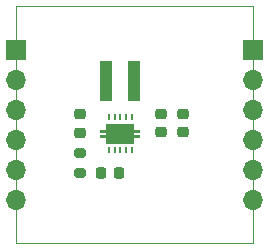
<source format=gbr>
G04 #@! TF.GenerationSoftware,KiCad,Pcbnew,(5.99.0-11522-g728b160719)*
G04 #@! TF.CreationDate,2021-08-06T10:01:17+10:00*
G04 #@! TF.ProjectId,DC-DC,44432d44-432e-46b6-9963-61645f706362,0.2*
G04 #@! TF.SameCoordinates,Original*
G04 #@! TF.FileFunction,Soldermask,Top*
G04 #@! TF.FilePolarity,Negative*
%FSLAX46Y46*%
G04 Gerber Fmt 4.6, Leading zero omitted, Abs format (unit mm)*
G04 Created by KiCad (PCBNEW (5.99.0-11522-g728b160719)) date 2021-08-06 10:01:17*
%MOMM*%
%LPD*%
G01*
G04 APERTURE LIST*
G04 Aperture macros list*
%AMRoundRect*
0 Rectangle with rounded corners*
0 $1 Rounding radius*
0 $2 $3 $4 $5 $6 $7 $8 $9 X,Y pos of 4 corners*
0 Add a 4 corners polygon primitive as box body*
4,1,4,$2,$3,$4,$5,$6,$7,$8,$9,$2,$3,0*
0 Add four circle primitives for the rounded corners*
1,1,$1+$1,$2,$3*
1,1,$1+$1,$4,$5*
1,1,$1+$1,$6,$7*
1,1,$1+$1,$8,$9*
0 Add four rect primitives between the rounded corners*
20,1,$1+$1,$2,$3,$4,$5,0*
20,1,$1+$1,$4,$5,$6,$7,0*
20,1,$1+$1,$6,$7,$8,$9,0*
20,1,$1+$1,$8,$9,$2,$3,0*%
%AMFreePoly0*
4,1,21,-0.125000,1.200000,0.125000,1.200000,0.125000,1.700000,0.375000,1.700000,0.375000,1.200000,0.825000,1.200000,0.825000,-1.200000,0.375000,-1.200000,0.375000,-1.700000,0.125000,-1.700000,0.125000,-1.200000,-0.125000,-1.200000,-0.125000,-1.700000,-0.375000,-1.700000,-0.375000,-1.200000,-0.825000,-1.200000,-0.825000,1.200000,-0.375000,1.200000,-0.375000,1.700000,-0.125000,1.700000,
-0.125000,1.200000,-0.125000,1.200000,$1*%
G04 Aperture macros list end*
G04 #@! TA.AperFunction,Profile*
%ADD10C,0.100000*%
G04 #@! TD*
%ADD11RoundRect,0.225000X-0.250000X0.225000X-0.250000X-0.225000X0.250000X-0.225000X0.250000X0.225000X0*%
%ADD12R,1.700000X1.700000*%
%ADD13O,1.700000X1.700000*%
%ADD14RoundRect,0.200000X0.275000X-0.200000X0.275000X0.200000X-0.275000X0.200000X-0.275000X-0.200000X0*%
%ADD15R,0.240000X0.600000*%
%ADD16FreePoly0,270.000000*%
%ADD17R,0.980000X3.400000*%
%ADD18RoundRect,0.225000X-0.225000X-0.250000X0.225000X-0.250000X0.225000X0.250000X-0.225000X0.250000X0*%
G04 APERTURE END LIST*
D10*
X109474000Y-73152000D02*
X89408000Y-73152000D01*
X89408000Y-73152000D02*
X89408000Y-53086000D01*
X89408000Y-53086000D02*
X109474000Y-53086000D01*
X109474000Y-53086000D02*
X109474000Y-73152000D01*
D11*
G04 #@! TO.C,C3*
X101643500Y-62204000D03*
X101643500Y-63754000D03*
G04 #@! TD*
G04 #@! TO.C,C1*
X94785500Y-62230000D03*
X94785500Y-63780000D03*
G04 #@! TD*
D12*
G04 #@! TO.C,J2*
X109474000Y-56794000D03*
D13*
X109474000Y-59334000D03*
X109474000Y-61874000D03*
X109474000Y-64414000D03*
X109474000Y-66954000D03*
X109474000Y-69494000D03*
G04 #@! TD*
D12*
G04 #@! TO.C,J1*
X89408000Y-56794000D03*
D13*
X89408000Y-59334000D03*
X89408000Y-61874000D03*
X89408000Y-64414000D03*
X89408000Y-66954000D03*
X89408000Y-69494000D03*
G04 #@! TD*
D14*
G04 #@! TO.C,R2*
X94785500Y-67183000D03*
X94785500Y-65533000D03*
G04 #@! TD*
D15*
G04 #@! TO.C,U1*
X99214500Y-62481000D03*
X98714500Y-62481000D03*
X98214500Y-62481000D03*
X97714500Y-62481000D03*
X97214500Y-62481000D03*
X97214500Y-65281000D03*
X97714500Y-65281000D03*
X98214500Y-65281000D03*
X98714500Y-65281000D03*
X99214500Y-65281000D03*
D16*
X98214500Y-63881000D03*
G04 #@! TD*
D11*
G04 #@! TO.C,C4*
X103548500Y-62204000D03*
X103548500Y-63754000D03*
G04 #@! TD*
D17*
G04 #@! TO.C,L1*
X97029500Y-59388000D03*
X99399500Y-59388000D03*
G04 #@! TD*
D18*
G04 #@! TO.C,C2*
X96537500Y-67183000D03*
X98087500Y-67183000D03*
G04 #@! TD*
M02*

</source>
